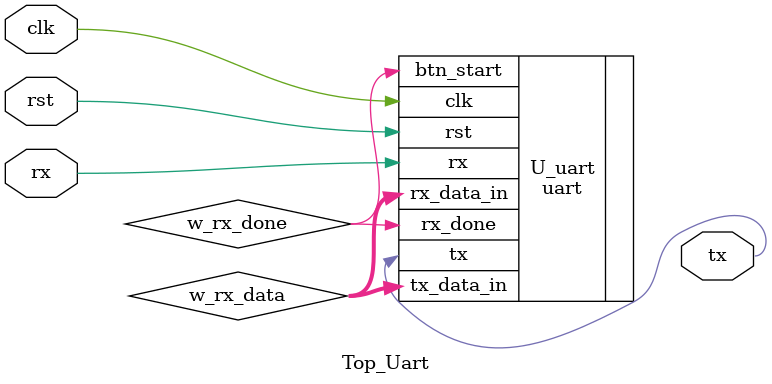
<source format=v>
module Top_Uart(
    input clk,
    input rst,
    input rx,
    output tx
);

    wire w_rx_done;
    wire [7:0] w_rx_data;

    uart U_uart (
        .clk(clk),
        .rst(rst),
        .btn_start(w_rx_done),
        .rx(rx),
        .tx_data_in(w_rx_data),
        .tx(tx),
        .rx_done(w_rx_done),
        .rx_data_in(w_rx_data)
    );


endmodule

</source>
